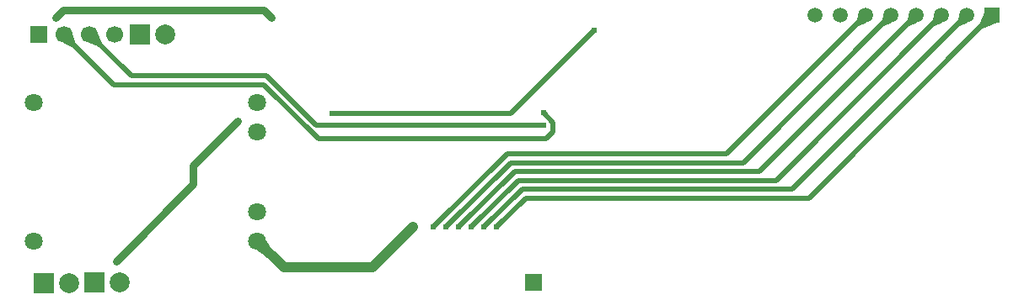
<source format=gbl>
G04 Layer: BottomLayer*
G04 EasyEDA Pro v2.0.25.bcaee6, 2025-12-15 15:41:01*
G04 Gerber Generator version 0.3*
G04 Scale: 100 percent, Rotated: No, Reflected: No*
G04 Dimensions in millimeters*
G04 Leading zeros omitted, absolute positions, 3 integers and 3 decimals*
%FSLAX33Y33*%
%MOMM*%
%ADD10R,2.0X2.0*%
%ADD11C,2.0*%
%ADD12R,1.7X1.7*%
%ADD13C,1.7*%
%ADD14R,1.5X1.5*%
%ADD15C,1.5*%
%ADD16C,1.8*%
%ADD17C,0.61*%
%ADD18C,0.508*%
%ADD19C,0.762*%
%ADD20C,0.504*%
%ADD21C,1.0*%
G75*


G04 Tear Start*
G36*
G01X4556Y-69291D02*
G01X5459Y-69697D01*
G01X5853Y-69378D01*
G01X5548Y-68490D01*
G01X4556Y-69291D01*
G37*
G36*
G01X7186Y-69301D02*
G01X8083Y-69653D01*
G01X8439Y-69297D01*
G01X8087Y-68400D01*
G01X7186Y-69301D01*
G37*
G36*
G01X96632Y-67476D02*
G01X96989Y-67833D01*
G01X98414Y-67298D01*
G01X97167Y-66051D01*
G01X96632Y-67476D01*
G37*
G36*
G01X94628Y-66501D02*
G01X94297Y-67271D01*
G01X94654Y-67628D01*
G01X95424Y-67297D01*
G01X94628Y-66501D01*
G37*
G36*
G01X92088Y-66501D02*
G01X91757Y-67271D01*
G01X92114Y-67628D01*
G01X92884Y-67297D01*
G01X92088Y-66501D01*
G37*
G36*
G01X89548Y-66501D02*
G01X89217Y-67271D01*
G01X89574Y-67628D01*
G01X90344Y-67297D01*
G01X89548Y-66501D01*
G37*
G36*
G01X87008Y-66501D02*
G01X86677Y-67271D01*
G01X87034Y-67628D01*
G01X87804Y-67297D01*
G01X87008Y-66501D01*
G37*
G36*
G01X84468Y-66501D02*
G01X84137Y-67271D01*
G01X84494Y-67628D01*
G01X85264Y-67297D01*
G01X84468Y-66501D01*
G37*
G36*
G01X24021Y-90194D02*
G01X24805Y-90731D01*
G01X25512Y-90024D01*
G01X24975Y-89240D01*
G01X24021Y-90194D01*
G37*
G04 Tear End*

G04 Pad Start*
G54D10*
G01X12319Y-68453D03*
G54D11*
G01X14859Y-68453D03*
G54D12*
G01X2159Y-68453D03*
G54D13*
G01X4699Y-68453D03*
G01X7239Y-68453D03*
G01X9779Y-68453D03*
G54D12*
G01X51829Y-93442D03*
G54D14*
G01X97917Y-66548D03*
G54D15*
G01X95377Y-66548D03*
G01X92837Y-66548D03*
G01X90297Y-66548D03*
G01X87757Y-66548D03*
G01X85217Y-66548D03*
G01X82677Y-66548D03*
G01X80137Y-66548D03*
G54D16*
G01X24077Y-75296D03*
G01X24077Y-78296D03*
G01X24077Y-86296D03*
G01X24077Y-89296D03*
G01X1577Y-75296D03*
G01X1577Y-89296D03*
G54D10*
G01X7747Y-93472D03*
G54D11*
G01X10287Y-93472D03*
G54D10*
G01X2639Y-93496D03*
G54D11*
G01X5179Y-93496D03*
G04 Pad End*

G04 Via Start*
G54D17*
G01X57912Y-68072D03*
G01X31623Y-76454D03*
G01X3810Y-66802D03*
G01X25527Y-66802D03*
G01X22098Y-77216D03*
G01X9906Y-91313D03*
G01X52832Y-76322D03*
G01X41783Y-87889D03*
G01X43053Y-87889D03*
G01X44323Y-87889D03*
G01X45593Y-87889D03*
G01X46863Y-87889D03*
G01X48133Y-87889D03*
G01X52832Y-77592D03*
G01X34798Y-91948D03*
G01X39751Y-87884D03*
G04 Via End*

G04 Track Start*
G54D18*
G01X31623Y-76454D02*
G01X49530Y-76454D01*
G01X57912Y-68072D01*
G54D19*
G01X4572Y-66040D02*
G01X24765Y-66040D01*
G01X25527Y-66802D01*
G01X3810Y-66802D02*
G01X4572Y-66040D01*
G01X9906Y-91313D02*
G01X17653Y-83566D01*
G01X17653Y-81661D02*
G01X22098Y-77216D01*
G01X17653Y-83566D02*
G01X17653Y-81661D01*
G54D20*
G01X4699Y-68580D02*
G01X9652Y-73533D01*
G01X24765D01*
G01X30226Y-78994D01*
G01X53086D01*
G01X52832Y-76379D02*
G01X52832Y-76322D01*
G01X53086Y-78994D02*
G01X53783Y-78297D01*
G01Y-77330D01*
G01X52832Y-76379D01*
G01X4699Y-68580D02*
G01X4699Y-68453D01*
G01X48133Y-87889D02*
G01X51059Y-84963D01*
G01X79502Y-84963D02*
G01X97917Y-66548D01*
G01X51059Y-84963D02*
G01X79502Y-84963D01*
G01X46863Y-87889D02*
G01X50678Y-84074D01*
G01X77851Y-84074D02*
G01X95377Y-66548D01*
G01X50678Y-84074D02*
G01X77851Y-84074D01*
G01X45593Y-87889D02*
G01X50297Y-83185D01*
G01X76200Y-83185D02*
G01X92837Y-66548D01*
G01X50297Y-83185D02*
G01X76200Y-83185D01*
G01X44323Y-87889D02*
G01X49916Y-82296D01*
G01X74549Y-82296D02*
G01X90297Y-66548D01*
G01X49916Y-82296D02*
G01X74549Y-82296D01*
G01X43053Y-87889D02*
G01X49535Y-81407D01*
G01X72898Y-81407D02*
G01X87757Y-66548D01*
G01X49535Y-81407D02*
G01X72898Y-81407D01*
G01X41783Y-87889D02*
G01X49154Y-80518D01*
G01X71247Y-80518D02*
G01X85217Y-66548D01*
G01X49154Y-80518D02*
G01X71247Y-80518D01*
G01X7239Y-68453D02*
G01X11430Y-72644D01*
G01X29967Y-77592D02*
G01X52832Y-77592D01*
G01X11430Y-72644D02*
G01X25019Y-72644D01*
G01X29967Y-77592D01*
G54D21*
G01X24077Y-89296D02*
G01X26729Y-91948D01*
G01X34798D01*
G01X35687D01*
G01X39751Y-87884D01*
G04 Track End*

M02*

</source>
